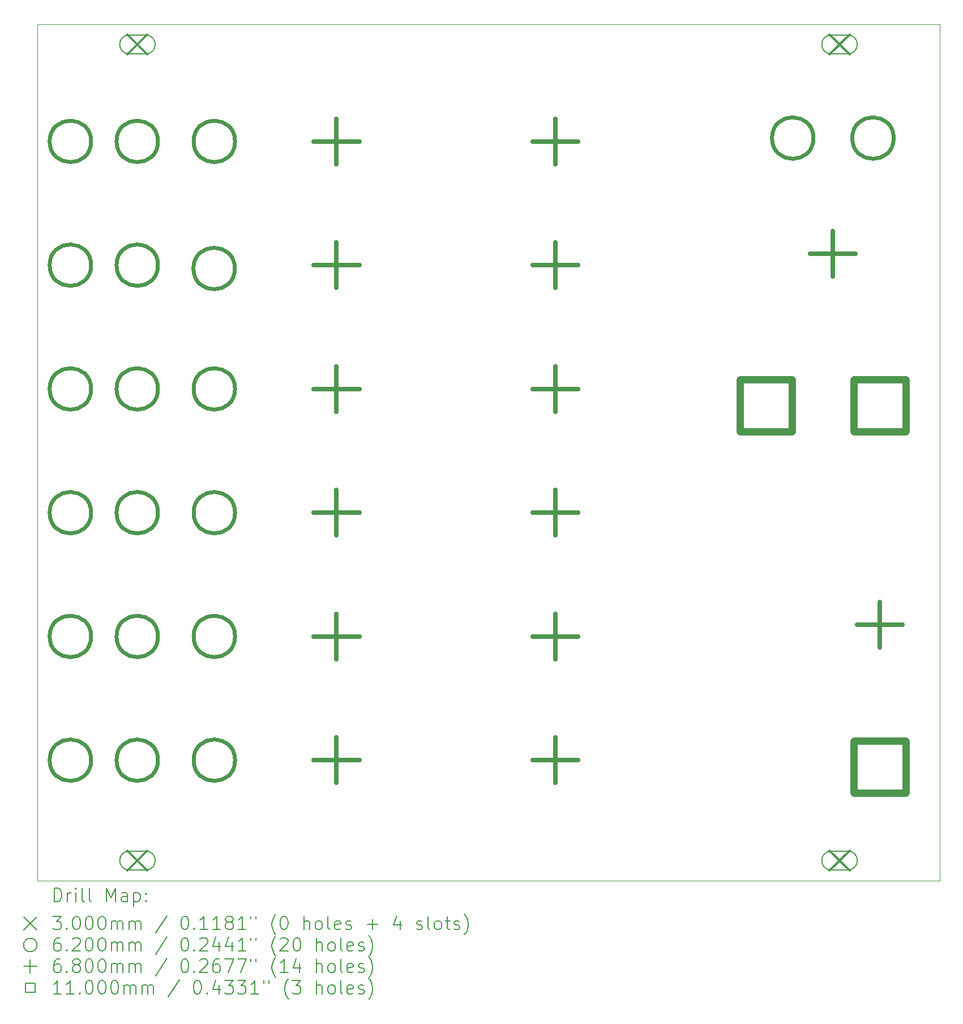
<source format=gbr>
%FSLAX45Y45*%
G04 Gerber Fmt 4.5, Leading zero omitted, Abs format (unit mm)*
G04 Created by KiCad (PCBNEW (6.0.1)) date 2022-09-12 17:21:24*
%MOMM*%
%LPD*%
G01*
G04 APERTURE LIST*
%TA.AperFunction,Profile*%
%ADD10C,0.050000*%
%TD*%
%ADD11C,0.200000*%
%ADD12C,0.300000*%
%ADD13C,0.620000*%
%ADD14C,0.680000*%
%ADD15C,1.100000*%
G04 APERTURE END LIST*
D10*
X3362500Y-3455000D02*
X3362500Y-16255000D01*
X3362500Y-3455000D02*
X16862500Y-3455000D01*
X16862500Y-3455000D02*
X16862500Y-16255000D01*
X16862500Y-16255000D02*
X3362500Y-16255000D01*
D11*
D12*
X4712500Y-3605000D02*
X5012500Y-3905000D01*
X5012500Y-3605000D02*
X4712500Y-3905000D01*
D11*
X4737500Y-3895000D02*
X4987500Y-3895000D01*
X4737500Y-3615000D02*
X4987500Y-3615000D01*
X4987500Y-3895000D02*
G75*
G03*
X4987500Y-3615000I0J140000D01*
G01*
X4737500Y-3615000D02*
G75*
G03*
X4737500Y-3895000I0J-140000D01*
G01*
D12*
X4712500Y-15805000D02*
X5012500Y-16105000D01*
X5012500Y-15805000D02*
X4712500Y-16105000D01*
D11*
X4737500Y-16095000D02*
X4987500Y-16095000D01*
X4737500Y-15815000D02*
X4987500Y-15815000D01*
X4987500Y-16095000D02*
G75*
G03*
X4987500Y-15815000I0J140000D01*
G01*
X4737500Y-15815000D02*
G75*
G03*
X4737500Y-16095000I0J-140000D01*
G01*
D12*
X15212500Y-3605000D02*
X15512500Y-3905000D01*
X15512500Y-3605000D02*
X15212500Y-3905000D01*
D11*
X15237500Y-3895000D02*
X15487500Y-3895000D01*
X15237500Y-3615000D02*
X15487500Y-3615000D01*
X15487500Y-3895000D02*
G75*
G03*
X15487500Y-3615000I0J140000D01*
G01*
X15237500Y-3615000D02*
G75*
G03*
X15237500Y-3895000I0J-140000D01*
G01*
D12*
X15212500Y-15805000D02*
X15512500Y-16105000D01*
X15512500Y-15805000D02*
X15212500Y-16105000D01*
D11*
X15237500Y-16095000D02*
X15487500Y-16095000D01*
X15237500Y-15815000D02*
X15487500Y-15815000D01*
X15487500Y-16095000D02*
G75*
G03*
X15487500Y-15815000I0J140000D01*
G01*
X15237500Y-15815000D02*
G75*
G03*
X15237500Y-16095000I0J-140000D01*
G01*
D13*
X4169500Y-5205000D02*
G75*
G03*
X4169500Y-5205000I-310000J0D01*
G01*
X4169500Y-7055000D02*
G75*
G03*
X4169500Y-7055000I-310000J0D01*
G01*
X4169500Y-8905000D02*
G75*
G03*
X4169500Y-8905000I-310000J0D01*
G01*
X4169500Y-10755000D02*
G75*
G03*
X4169500Y-10755000I-310000J0D01*
G01*
X4169500Y-12605000D02*
G75*
G03*
X4169500Y-12605000I-310000J0D01*
G01*
X4169500Y-14455000D02*
G75*
G03*
X4169500Y-14455000I-310000J0D01*
G01*
X5169500Y-5205000D02*
G75*
G03*
X5169500Y-5205000I-310000J0D01*
G01*
X5169500Y-7055000D02*
G75*
G03*
X5169500Y-7055000I-310000J0D01*
G01*
X5169500Y-8905000D02*
G75*
G03*
X5169500Y-8905000I-310000J0D01*
G01*
X5169500Y-10755000D02*
G75*
G03*
X5169500Y-10755000I-310000J0D01*
G01*
X5169500Y-12605000D02*
G75*
G03*
X5169500Y-12605000I-310000J0D01*
G01*
X5169500Y-14455000D02*
G75*
G03*
X5169500Y-14455000I-310000J0D01*
G01*
X6319500Y-7105000D02*
G75*
G03*
X6319500Y-7105000I-310000J0D01*
G01*
X6322500Y-5205000D02*
G75*
G03*
X6322500Y-5205000I-310000J0D01*
G01*
X6322500Y-8905000D02*
G75*
G03*
X6322500Y-8905000I-310000J0D01*
G01*
X6322500Y-10755000D02*
G75*
G03*
X6322500Y-10755000I-310000J0D01*
G01*
X6322500Y-12605000D02*
G75*
G03*
X6322500Y-12605000I-310000J0D01*
G01*
X6322500Y-14455000D02*
G75*
G03*
X6322500Y-14455000I-310000J0D01*
G01*
X14972500Y-5155000D02*
G75*
G03*
X14972500Y-5155000I-310000J0D01*
G01*
X16172500Y-5155000D02*
G75*
G03*
X16172500Y-5155000I-310000J0D01*
G01*
D14*
X7840000Y-4865000D02*
X7840000Y-5545000D01*
X7500000Y-5205000D02*
X8180000Y-5205000D01*
X7840000Y-6715000D02*
X7840000Y-7395000D01*
X7500000Y-7055000D02*
X8180000Y-7055000D01*
X7840000Y-8565000D02*
X7840000Y-9245000D01*
X7500000Y-8905000D02*
X8180000Y-8905000D01*
X7840000Y-10415000D02*
X7840000Y-11095000D01*
X7500000Y-10755000D02*
X8180000Y-10755000D01*
X7840000Y-12265000D02*
X7840000Y-12945000D01*
X7500000Y-12605000D02*
X8180000Y-12605000D01*
X7840000Y-14115000D02*
X7840000Y-14795000D01*
X7500000Y-14455000D02*
X8180000Y-14455000D01*
X11112500Y-4865000D02*
X11112500Y-5545000D01*
X10772500Y-5205000D02*
X11452500Y-5205000D01*
X11112500Y-6715000D02*
X11112500Y-7395000D01*
X10772500Y-7055000D02*
X11452500Y-7055000D01*
X11112500Y-8565000D02*
X11112500Y-9245000D01*
X10772500Y-8905000D02*
X11452500Y-8905000D01*
X11112500Y-10415000D02*
X11112500Y-11095000D01*
X10772500Y-10755000D02*
X11452500Y-10755000D01*
X11112500Y-12265000D02*
X11112500Y-12945000D01*
X10772500Y-12605000D02*
X11452500Y-12605000D01*
X11112500Y-14115000D02*
X11112500Y-14795000D01*
X10772500Y-14455000D02*
X11452500Y-14455000D01*
X15262500Y-6542500D02*
X15262500Y-7222500D01*
X14922500Y-6882500D02*
X15602500Y-6882500D01*
X15962500Y-12090000D02*
X15962500Y-12770000D01*
X15622500Y-12430000D02*
X16302500Y-12430000D01*
D15*
X14651412Y-9543913D02*
X14651412Y-8766088D01*
X13873587Y-8766088D01*
X13873587Y-9543913D01*
X14651412Y-9543913D01*
X16351412Y-9543913D02*
X16351412Y-8766088D01*
X15573587Y-8766088D01*
X15573587Y-9543913D01*
X16351412Y-9543913D01*
X16351412Y-14943912D02*
X16351412Y-14166087D01*
X15573587Y-14166087D01*
X15573587Y-14943912D01*
X16351412Y-14943912D01*
D11*
X3617619Y-16567976D02*
X3617619Y-16367976D01*
X3665238Y-16367976D01*
X3693809Y-16377500D01*
X3712857Y-16396548D01*
X3722381Y-16415595D01*
X3731905Y-16453690D01*
X3731905Y-16482262D01*
X3722381Y-16520357D01*
X3712857Y-16539405D01*
X3693809Y-16558452D01*
X3665238Y-16567976D01*
X3617619Y-16567976D01*
X3817619Y-16567976D02*
X3817619Y-16434643D01*
X3817619Y-16472738D02*
X3827143Y-16453690D01*
X3836667Y-16444167D01*
X3855714Y-16434643D01*
X3874762Y-16434643D01*
X3941428Y-16567976D02*
X3941428Y-16434643D01*
X3941428Y-16367976D02*
X3931905Y-16377500D01*
X3941428Y-16387024D01*
X3950952Y-16377500D01*
X3941428Y-16367976D01*
X3941428Y-16387024D01*
X4065238Y-16567976D02*
X4046190Y-16558452D01*
X4036667Y-16539405D01*
X4036667Y-16367976D01*
X4170000Y-16567976D02*
X4150952Y-16558452D01*
X4141428Y-16539405D01*
X4141428Y-16367976D01*
X4398571Y-16567976D02*
X4398571Y-16367976D01*
X4465238Y-16510833D01*
X4531905Y-16367976D01*
X4531905Y-16567976D01*
X4712857Y-16567976D02*
X4712857Y-16463214D01*
X4703333Y-16444167D01*
X4684286Y-16434643D01*
X4646190Y-16434643D01*
X4627143Y-16444167D01*
X4712857Y-16558452D02*
X4693810Y-16567976D01*
X4646190Y-16567976D01*
X4627143Y-16558452D01*
X4617619Y-16539405D01*
X4617619Y-16520357D01*
X4627143Y-16501309D01*
X4646190Y-16491786D01*
X4693810Y-16491786D01*
X4712857Y-16482262D01*
X4808095Y-16434643D02*
X4808095Y-16634643D01*
X4808095Y-16444167D02*
X4827143Y-16434643D01*
X4865238Y-16434643D01*
X4884286Y-16444167D01*
X4893810Y-16453690D01*
X4903333Y-16472738D01*
X4903333Y-16529881D01*
X4893810Y-16548928D01*
X4884286Y-16558452D01*
X4865238Y-16567976D01*
X4827143Y-16567976D01*
X4808095Y-16558452D01*
X4989048Y-16548928D02*
X4998571Y-16558452D01*
X4989048Y-16567976D01*
X4979524Y-16558452D01*
X4989048Y-16548928D01*
X4989048Y-16567976D01*
X4989048Y-16444167D02*
X4998571Y-16453690D01*
X4989048Y-16463214D01*
X4979524Y-16453690D01*
X4989048Y-16444167D01*
X4989048Y-16463214D01*
X3160000Y-16797500D02*
X3360000Y-16997500D01*
X3360000Y-16797500D02*
X3160000Y-16997500D01*
X3598571Y-16787976D02*
X3722381Y-16787976D01*
X3655714Y-16864167D01*
X3684286Y-16864167D01*
X3703333Y-16873690D01*
X3712857Y-16883214D01*
X3722381Y-16902262D01*
X3722381Y-16949881D01*
X3712857Y-16968929D01*
X3703333Y-16978452D01*
X3684286Y-16987976D01*
X3627143Y-16987976D01*
X3608095Y-16978452D01*
X3598571Y-16968929D01*
X3808095Y-16968929D02*
X3817619Y-16978452D01*
X3808095Y-16987976D01*
X3798571Y-16978452D01*
X3808095Y-16968929D01*
X3808095Y-16987976D01*
X3941428Y-16787976D02*
X3960476Y-16787976D01*
X3979524Y-16797500D01*
X3989048Y-16807024D01*
X3998571Y-16826071D01*
X4008095Y-16864167D01*
X4008095Y-16911786D01*
X3998571Y-16949881D01*
X3989048Y-16968929D01*
X3979524Y-16978452D01*
X3960476Y-16987976D01*
X3941428Y-16987976D01*
X3922381Y-16978452D01*
X3912857Y-16968929D01*
X3903333Y-16949881D01*
X3893809Y-16911786D01*
X3893809Y-16864167D01*
X3903333Y-16826071D01*
X3912857Y-16807024D01*
X3922381Y-16797500D01*
X3941428Y-16787976D01*
X4131905Y-16787976D02*
X4150952Y-16787976D01*
X4170000Y-16797500D01*
X4179524Y-16807024D01*
X4189048Y-16826071D01*
X4198571Y-16864167D01*
X4198571Y-16911786D01*
X4189048Y-16949881D01*
X4179524Y-16968929D01*
X4170000Y-16978452D01*
X4150952Y-16987976D01*
X4131905Y-16987976D01*
X4112857Y-16978452D01*
X4103333Y-16968929D01*
X4093809Y-16949881D01*
X4084286Y-16911786D01*
X4084286Y-16864167D01*
X4093809Y-16826071D01*
X4103333Y-16807024D01*
X4112857Y-16797500D01*
X4131905Y-16787976D01*
X4322381Y-16787976D02*
X4341429Y-16787976D01*
X4360476Y-16797500D01*
X4370000Y-16807024D01*
X4379524Y-16826071D01*
X4389048Y-16864167D01*
X4389048Y-16911786D01*
X4379524Y-16949881D01*
X4370000Y-16968929D01*
X4360476Y-16978452D01*
X4341429Y-16987976D01*
X4322381Y-16987976D01*
X4303333Y-16978452D01*
X4293810Y-16968929D01*
X4284286Y-16949881D01*
X4274762Y-16911786D01*
X4274762Y-16864167D01*
X4284286Y-16826071D01*
X4293810Y-16807024D01*
X4303333Y-16797500D01*
X4322381Y-16787976D01*
X4474762Y-16987976D02*
X4474762Y-16854643D01*
X4474762Y-16873690D02*
X4484286Y-16864167D01*
X4503333Y-16854643D01*
X4531905Y-16854643D01*
X4550952Y-16864167D01*
X4560476Y-16883214D01*
X4560476Y-16987976D01*
X4560476Y-16883214D02*
X4570000Y-16864167D01*
X4589048Y-16854643D01*
X4617619Y-16854643D01*
X4636667Y-16864167D01*
X4646190Y-16883214D01*
X4646190Y-16987976D01*
X4741429Y-16987976D02*
X4741429Y-16854643D01*
X4741429Y-16873690D02*
X4750952Y-16864167D01*
X4770000Y-16854643D01*
X4798571Y-16854643D01*
X4817619Y-16864167D01*
X4827143Y-16883214D01*
X4827143Y-16987976D01*
X4827143Y-16883214D02*
X4836667Y-16864167D01*
X4855714Y-16854643D01*
X4884286Y-16854643D01*
X4903333Y-16864167D01*
X4912857Y-16883214D01*
X4912857Y-16987976D01*
X5303333Y-16778452D02*
X5131905Y-17035595D01*
X5560476Y-16787976D02*
X5579524Y-16787976D01*
X5598571Y-16797500D01*
X5608095Y-16807024D01*
X5617619Y-16826071D01*
X5627143Y-16864167D01*
X5627143Y-16911786D01*
X5617619Y-16949881D01*
X5608095Y-16968929D01*
X5598571Y-16978452D01*
X5579524Y-16987976D01*
X5560476Y-16987976D01*
X5541429Y-16978452D01*
X5531905Y-16968929D01*
X5522381Y-16949881D01*
X5512857Y-16911786D01*
X5512857Y-16864167D01*
X5522381Y-16826071D01*
X5531905Y-16807024D01*
X5541429Y-16797500D01*
X5560476Y-16787976D01*
X5712857Y-16968929D02*
X5722381Y-16978452D01*
X5712857Y-16987976D01*
X5703333Y-16978452D01*
X5712857Y-16968929D01*
X5712857Y-16987976D01*
X5912857Y-16987976D02*
X5798571Y-16987976D01*
X5855714Y-16987976D02*
X5855714Y-16787976D01*
X5836667Y-16816548D01*
X5817619Y-16835595D01*
X5798571Y-16845119D01*
X6103333Y-16987976D02*
X5989048Y-16987976D01*
X6046190Y-16987976D02*
X6046190Y-16787976D01*
X6027143Y-16816548D01*
X6008095Y-16835595D01*
X5989048Y-16845119D01*
X6217619Y-16873690D02*
X6198571Y-16864167D01*
X6189048Y-16854643D01*
X6179524Y-16835595D01*
X6179524Y-16826071D01*
X6189048Y-16807024D01*
X6198571Y-16797500D01*
X6217619Y-16787976D01*
X6255714Y-16787976D01*
X6274762Y-16797500D01*
X6284286Y-16807024D01*
X6293809Y-16826071D01*
X6293809Y-16835595D01*
X6284286Y-16854643D01*
X6274762Y-16864167D01*
X6255714Y-16873690D01*
X6217619Y-16873690D01*
X6198571Y-16883214D01*
X6189048Y-16892738D01*
X6179524Y-16911786D01*
X6179524Y-16949881D01*
X6189048Y-16968929D01*
X6198571Y-16978452D01*
X6217619Y-16987976D01*
X6255714Y-16987976D01*
X6274762Y-16978452D01*
X6284286Y-16968929D01*
X6293809Y-16949881D01*
X6293809Y-16911786D01*
X6284286Y-16892738D01*
X6274762Y-16883214D01*
X6255714Y-16873690D01*
X6484286Y-16987976D02*
X6370000Y-16987976D01*
X6427143Y-16987976D02*
X6427143Y-16787976D01*
X6408095Y-16816548D01*
X6389048Y-16835595D01*
X6370000Y-16845119D01*
X6560476Y-16787976D02*
X6560476Y-16826071D01*
X6636667Y-16787976D02*
X6636667Y-16826071D01*
X6931905Y-17064167D02*
X6922381Y-17054643D01*
X6903333Y-17026071D01*
X6893809Y-17007024D01*
X6884286Y-16978452D01*
X6874762Y-16930833D01*
X6874762Y-16892738D01*
X6884286Y-16845119D01*
X6893809Y-16816548D01*
X6903333Y-16797500D01*
X6922381Y-16768928D01*
X6931905Y-16759405D01*
X7046190Y-16787976D02*
X7065238Y-16787976D01*
X7084286Y-16797500D01*
X7093809Y-16807024D01*
X7103333Y-16826071D01*
X7112857Y-16864167D01*
X7112857Y-16911786D01*
X7103333Y-16949881D01*
X7093809Y-16968929D01*
X7084286Y-16978452D01*
X7065238Y-16987976D01*
X7046190Y-16987976D01*
X7027143Y-16978452D01*
X7017619Y-16968929D01*
X7008095Y-16949881D01*
X6998571Y-16911786D01*
X6998571Y-16864167D01*
X7008095Y-16826071D01*
X7017619Y-16807024D01*
X7027143Y-16797500D01*
X7046190Y-16787976D01*
X7350952Y-16987976D02*
X7350952Y-16787976D01*
X7436667Y-16987976D02*
X7436667Y-16883214D01*
X7427143Y-16864167D01*
X7408095Y-16854643D01*
X7379524Y-16854643D01*
X7360476Y-16864167D01*
X7350952Y-16873690D01*
X7560476Y-16987976D02*
X7541428Y-16978452D01*
X7531905Y-16968929D01*
X7522381Y-16949881D01*
X7522381Y-16892738D01*
X7531905Y-16873690D01*
X7541428Y-16864167D01*
X7560476Y-16854643D01*
X7589048Y-16854643D01*
X7608095Y-16864167D01*
X7617619Y-16873690D01*
X7627143Y-16892738D01*
X7627143Y-16949881D01*
X7617619Y-16968929D01*
X7608095Y-16978452D01*
X7589048Y-16987976D01*
X7560476Y-16987976D01*
X7741428Y-16987976D02*
X7722381Y-16978452D01*
X7712857Y-16959405D01*
X7712857Y-16787976D01*
X7893809Y-16978452D02*
X7874762Y-16987976D01*
X7836667Y-16987976D01*
X7817619Y-16978452D01*
X7808095Y-16959405D01*
X7808095Y-16883214D01*
X7817619Y-16864167D01*
X7836667Y-16854643D01*
X7874762Y-16854643D01*
X7893809Y-16864167D01*
X7903333Y-16883214D01*
X7903333Y-16902262D01*
X7808095Y-16921310D01*
X7979524Y-16978452D02*
X7998571Y-16987976D01*
X8036667Y-16987976D01*
X8055714Y-16978452D01*
X8065238Y-16959405D01*
X8065238Y-16949881D01*
X8055714Y-16930833D01*
X8036667Y-16921310D01*
X8008095Y-16921310D01*
X7989048Y-16911786D01*
X7979524Y-16892738D01*
X7979524Y-16883214D01*
X7989048Y-16864167D01*
X8008095Y-16854643D01*
X8036667Y-16854643D01*
X8055714Y-16864167D01*
X8303333Y-16911786D02*
X8455714Y-16911786D01*
X8379524Y-16987976D02*
X8379524Y-16835595D01*
X8789048Y-16854643D02*
X8789048Y-16987976D01*
X8741429Y-16778452D02*
X8693810Y-16921310D01*
X8817619Y-16921310D01*
X9036667Y-16978452D02*
X9055714Y-16987976D01*
X9093810Y-16987976D01*
X9112857Y-16978452D01*
X9122381Y-16959405D01*
X9122381Y-16949881D01*
X9112857Y-16930833D01*
X9093810Y-16921310D01*
X9065238Y-16921310D01*
X9046190Y-16911786D01*
X9036667Y-16892738D01*
X9036667Y-16883214D01*
X9046190Y-16864167D01*
X9065238Y-16854643D01*
X9093810Y-16854643D01*
X9112857Y-16864167D01*
X9236667Y-16987976D02*
X9217619Y-16978452D01*
X9208095Y-16959405D01*
X9208095Y-16787976D01*
X9341429Y-16987976D02*
X9322381Y-16978452D01*
X9312857Y-16968929D01*
X9303333Y-16949881D01*
X9303333Y-16892738D01*
X9312857Y-16873690D01*
X9322381Y-16864167D01*
X9341429Y-16854643D01*
X9370000Y-16854643D01*
X9389048Y-16864167D01*
X9398571Y-16873690D01*
X9408095Y-16892738D01*
X9408095Y-16949881D01*
X9398571Y-16968929D01*
X9389048Y-16978452D01*
X9370000Y-16987976D01*
X9341429Y-16987976D01*
X9465238Y-16854643D02*
X9541429Y-16854643D01*
X9493810Y-16787976D02*
X9493810Y-16959405D01*
X9503333Y-16978452D01*
X9522381Y-16987976D01*
X9541429Y-16987976D01*
X9598571Y-16978452D02*
X9617619Y-16987976D01*
X9655714Y-16987976D01*
X9674762Y-16978452D01*
X9684286Y-16959405D01*
X9684286Y-16949881D01*
X9674762Y-16930833D01*
X9655714Y-16921310D01*
X9627143Y-16921310D01*
X9608095Y-16911786D01*
X9598571Y-16892738D01*
X9598571Y-16883214D01*
X9608095Y-16864167D01*
X9627143Y-16854643D01*
X9655714Y-16854643D01*
X9674762Y-16864167D01*
X9750952Y-17064167D02*
X9760476Y-17054643D01*
X9779524Y-17026071D01*
X9789048Y-17007024D01*
X9798571Y-16978452D01*
X9808095Y-16930833D01*
X9808095Y-16892738D01*
X9798571Y-16845119D01*
X9789048Y-16816548D01*
X9779524Y-16797500D01*
X9760476Y-16768928D01*
X9750952Y-16759405D01*
X3360000Y-17217500D02*
G75*
G03*
X3360000Y-17217500I-100000J0D01*
G01*
X3703333Y-17107976D02*
X3665238Y-17107976D01*
X3646190Y-17117500D01*
X3636667Y-17127024D01*
X3617619Y-17155595D01*
X3608095Y-17193690D01*
X3608095Y-17269881D01*
X3617619Y-17288929D01*
X3627143Y-17298452D01*
X3646190Y-17307976D01*
X3684286Y-17307976D01*
X3703333Y-17298452D01*
X3712857Y-17288929D01*
X3722381Y-17269881D01*
X3722381Y-17222262D01*
X3712857Y-17203214D01*
X3703333Y-17193690D01*
X3684286Y-17184167D01*
X3646190Y-17184167D01*
X3627143Y-17193690D01*
X3617619Y-17203214D01*
X3608095Y-17222262D01*
X3808095Y-17288929D02*
X3817619Y-17298452D01*
X3808095Y-17307976D01*
X3798571Y-17298452D01*
X3808095Y-17288929D01*
X3808095Y-17307976D01*
X3893809Y-17127024D02*
X3903333Y-17117500D01*
X3922381Y-17107976D01*
X3970000Y-17107976D01*
X3989048Y-17117500D01*
X3998571Y-17127024D01*
X4008095Y-17146071D01*
X4008095Y-17165119D01*
X3998571Y-17193690D01*
X3884286Y-17307976D01*
X4008095Y-17307976D01*
X4131905Y-17107976D02*
X4150952Y-17107976D01*
X4170000Y-17117500D01*
X4179524Y-17127024D01*
X4189048Y-17146071D01*
X4198571Y-17184167D01*
X4198571Y-17231786D01*
X4189048Y-17269881D01*
X4179524Y-17288929D01*
X4170000Y-17298452D01*
X4150952Y-17307976D01*
X4131905Y-17307976D01*
X4112857Y-17298452D01*
X4103333Y-17288929D01*
X4093809Y-17269881D01*
X4084286Y-17231786D01*
X4084286Y-17184167D01*
X4093809Y-17146071D01*
X4103333Y-17127024D01*
X4112857Y-17117500D01*
X4131905Y-17107976D01*
X4322381Y-17107976D02*
X4341429Y-17107976D01*
X4360476Y-17117500D01*
X4370000Y-17127024D01*
X4379524Y-17146071D01*
X4389048Y-17184167D01*
X4389048Y-17231786D01*
X4379524Y-17269881D01*
X4370000Y-17288929D01*
X4360476Y-17298452D01*
X4341429Y-17307976D01*
X4322381Y-17307976D01*
X4303333Y-17298452D01*
X4293810Y-17288929D01*
X4284286Y-17269881D01*
X4274762Y-17231786D01*
X4274762Y-17184167D01*
X4284286Y-17146071D01*
X4293810Y-17127024D01*
X4303333Y-17117500D01*
X4322381Y-17107976D01*
X4474762Y-17307976D02*
X4474762Y-17174643D01*
X4474762Y-17193690D02*
X4484286Y-17184167D01*
X4503333Y-17174643D01*
X4531905Y-17174643D01*
X4550952Y-17184167D01*
X4560476Y-17203214D01*
X4560476Y-17307976D01*
X4560476Y-17203214D02*
X4570000Y-17184167D01*
X4589048Y-17174643D01*
X4617619Y-17174643D01*
X4636667Y-17184167D01*
X4646190Y-17203214D01*
X4646190Y-17307976D01*
X4741429Y-17307976D02*
X4741429Y-17174643D01*
X4741429Y-17193690D02*
X4750952Y-17184167D01*
X4770000Y-17174643D01*
X4798571Y-17174643D01*
X4817619Y-17184167D01*
X4827143Y-17203214D01*
X4827143Y-17307976D01*
X4827143Y-17203214D02*
X4836667Y-17184167D01*
X4855714Y-17174643D01*
X4884286Y-17174643D01*
X4903333Y-17184167D01*
X4912857Y-17203214D01*
X4912857Y-17307976D01*
X5303333Y-17098452D02*
X5131905Y-17355595D01*
X5560476Y-17107976D02*
X5579524Y-17107976D01*
X5598571Y-17117500D01*
X5608095Y-17127024D01*
X5617619Y-17146071D01*
X5627143Y-17184167D01*
X5627143Y-17231786D01*
X5617619Y-17269881D01*
X5608095Y-17288929D01*
X5598571Y-17298452D01*
X5579524Y-17307976D01*
X5560476Y-17307976D01*
X5541429Y-17298452D01*
X5531905Y-17288929D01*
X5522381Y-17269881D01*
X5512857Y-17231786D01*
X5512857Y-17184167D01*
X5522381Y-17146071D01*
X5531905Y-17127024D01*
X5541429Y-17117500D01*
X5560476Y-17107976D01*
X5712857Y-17288929D02*
X5722381Y-17298452D01*
X5712857Y-17307976D01*
X5703333Y-17298452D01*
X5712857Y-17288929D01*
X5712857Y-17307976D01*
X5798571Y-17127024D02*
X5808095Y-17117500D01*
X5827143Y-17107976D01*
X5874762Y-17107976D01*
X5893809Y-17117500D01*
X5903333Y-17127024D01*
X5912857Y-17146071D01*
X5912857Y-17165119D01*
X5903333Y-17193690D01*
X5789048Y-17307976D01*
X5912857Y-17307976D01*
X6084286Y-17174643D02*
X6084286Y-17307976D01*
X6036667Y-17098452D02*
X5989048Y-17241310D01*
X6112857Y-17241310D01*
X6274762Y-17174643D02*
X6274762Y-17307976D01*
X6227143Y-17098452D02*
X6179524Y-17241310D01*
X6303333Y-17241310D01*
X6484286Y-17307976D02*
X6370000Y-17307976D01*
X6427143Y-17307976D02*
X6427143Y-17107976D01*
X6408095Y-17136548D01*
X6389048Y-17155595D01*
X6370000Y-17165119D01*
X6560476Y-17107976D02*
X6560476Y-17146071D01*
X6636667Y-17107976D02*
X6636667Y-17146071D01*
X6931905Y-17384167D02*
X6922381Y-17374643D01*
X6903333Y-17346071D01*
X6893809Y-17327024D01*
X6884286Y-17298452D01*
X6874762Y-17250833D01*
X6874762Y-17212738D01*
X6884286Y-17165119D01*
X6893809Y-17136548D01*
X6903333Y-17117500D01*
X6922381Y-17088929D01*
X6931905Y-17079405D01*
X6998571Y-17127024D02*
X7008095Y-17117500D01*
X7027143Y-17107976D01*
X7074762Y-17107976D01*
X7093809Y-17117500D01*
X7103333Y-17127024D01*
X7112857Y-17146071D01*
X7112857Y-17165119D01*
X7103333Y-17193690D01*
X6989048Y-17307976D01*
X7112857Y-17307976D01*
X7236667Y-17107976D02*
X7255714Y-17107976D01*
X7274762Y-17117500D01*
X7284286Y-17127024D01*
X7293809Y-17146071D01*
X7303333Y-17184167D01*
X7303333Y-17231786D01*
X7293809Y-17269881D01*
X7284286Y-17288929D01*
X7274762Y-17298452D01*
X7255714Y-17307976D01*
X7236667Y-17307976D01*
X7217619Y-17298452D01*
X7208095Y-17288929D01*
X7198571Y-17269881D01*
X7189048Y-17231786D01*
X7189048Y-17184167D01*
X7198571Y-17146071D01*
X7208095Y-17127024D01*
X7217619Y-17117500D01*
X7236667Y-17107976D01*
X7541428Y-17307976D02*
X7541428Y-17107976D01*
X7627143Y-17307976D02*
X7627143Y-17203214D01*
X7617619Y-17184167D01*
X7598571Y-17174643D01*
X7570000Y-17174643D01*
X7550952Y-17184167D01*
X7541428Y-17193690D01*
X7750952Y-17307976D02*
X7731905Y-17298452D01*
X7722381Y-17288929D01*
X7712857Y-17269881D01*
X7712857Y-17212738D01*
X7722381Y-17193690D01*
X7731905Y-17184167D01*
X7750952Y-17174643D01*
X7779524Y-17174643D01*
X7798571Y-17184167D01*
X7808095Y-17193690D01*
X7817619Y-17212738D01*
X7817619Y-17269881D01*
X7808095Y-17288929D01*
X7798571Y-17298452D01*
X7779524Y-17307976D01*
X7750952Y-17307976D01*
X7931905Y-17307976D02*
X7912857Y-17298452D01*
X7903333Y-17279405D01*
X7903333Y-17107976D01*
X8084286Y-17298452D02*
X8065238Y-17307976D01*
X8027143Y-17307976D01*
X8008095Y-17298452D01*
X7998571Y-17279405D01*
X7998571Y-17203214D01*
X8008095Y-17184167D01*
X8027143Y-17174643D01*
X8065238Y-17174643D01*
X8084286Y-17184167D01*
X8093809Y-17203214D01*
X8093809Y-17222262D01*
X7998571Y-17241310D01*
X8170000Y-17298452D02*
X8189048Y-17307976D01*
X8227143Y-17307976D01*
X8246190Y-17298452D01*
X8255714Y-17279405D01*
X8255714Y-17269881D01*
X8246190Y-17250833D01*
X8227143Y-17241310D01*
X8198571Y-17241310D01*
X8179524Y-17231786D01*
X8170000Y-17212738D01*
X8170000Y-17203214D01*
X8179524Y-17184167D01*
X8198571Y-17174643D01*
X8227143Y-17174643D01*
X8246190Y-17184167D01*
X8322381Y-17384167D02*
X8331905Y-17374643D01*
X8350952Y-17346071D01*
X8360476Y-17327024D01*
X8370000Y-17298452D01*
X8379524Y-17250833D01*
X8379524Y-17212738D01*
X8370000Y-17165119D01*
X8360476Y-17136548D01*
X8350952Y-17117500D01*
X8331905Y-17088929D01*
X8322381Y-17079405D01*
X3260000Y-17437500D02*
X3260000Y-17637500D01*
X3160000Y-17537500D02*
X3360000Y-17537500D01*
X3703333Y-17427976D02*
X3665238Y-17427976D01*
X3646190Y-17437500D01*
X3636667Y-17447024D01*
X3617619Y-17475595D01*
X3608095Y-17513690D01*
X3608095Y-17589881D01*
X3617619Y-17608929D01*
X3627143Y-17618452D01*
X3646190Y-17627976D01*
X3684286Y-17627976D01*
X3703333Y-17618452D01*
X3712857Y-17608929D01*
X3722381Y-17589881D01*
X3722381Y-17542262D01*
X3712857Y-17523214D01*
X3703333Y-17513690D01*
X3684286Y-17504167D01*
X3646190Y-17504167D01*
X3627143Y-17513690D01*
X3617619Y-17523214D01*
X3608095Y-17542262D01*
X3808095Y-17608929D02*
X3817619Y-17618452D01*
X3808095Y-17627976D01*
X3798571Y-17618452D01*
X3808095Y-17608929D01*
X3808095Y-17627976D01*
X3931905Y-17513690D02*
X3912857Y-17504167D01*
X3903333Y-17494643D01*
X3893809Y-17475595D01*
X3893809Y-17466071D01*
X3903333Y-17447024D01*
X3912857Y-17437500D01*
X3931905Y-17427976D01*
X3970000Y-17427976D01*
X3989048Y-17437500D01*
X3998571Y-17447024D01*
X4008095Y-17466071D01*
X4008095Y-17475595D01*
X3998571Y-17494643D01*
X3989048Y-17504167D01*
X3970000Y-17513690D01*
X3931905Y-17513690D01*
X3912857Y-17523214D01*
X3903333Y-17532738D01*
X3893809Y-17551786D01*
X3893809Y-17589881D01*
X3903333Y-17608929D01*
X3912857Y-17618452D01*
X3931905Y-17627976D01*
X3970000Y-17627976D01*
X3989048Y-17618452D01*
X3998571Y-17608929D01*
X4008095Y-17589881D01*
X4008095Y-17551786D01*
X3998571Y-17532738D01*
X3989048Y-17523214D01*
X3970000Y-17513690D01*
X4131905Y-17427976D02*
X4150952Y-17427976D01*
X4170000Y-17437500D01*
X4179524Y-17447024D01*
X4189048Y-17466071D01*
X4198571Y-17504167D01*
X4198571Y-17551786D01*
X4189048Y-17589881D01*
X4179524Y-17608929D01*
X4170000Y-17618452D01*
X4150952Y-17627976D01*
X4131905Y-17627976D01*
X4112857Y-17618452D01*
X4103333Y-17608929D01*
X4093809Y-17589881D01*
X4084286Y-17551786D01*
X4084286Y-17504167D01*
X4093809Y-17466071D01*
X4103333Y-17447024D01*
X4112857Y-17437500D01*
X4131905Y-17427976D01*
X4322381Y-17427976D02*
X4341429Y-17427976D01*
X4360476Y-17437500D01*
X4370000Y-17447024D01*
X4379524Y-17466071D01*
X4389048Y-17504167D01*
X4389048Y-17551786D01*
X4379524Y-17589881D01*
X4370000Y-17608929D01*
X4360476Y-17618452D01*
X4341429Y-17627976D01*
X4322381Y-17627976D01*
X4303333Y-17618452D01*
X4293810Y-17608929D01*
X4284286Y-17589881D01*
X4274762Y-17551786D01*
X4274762Y-17504167D01*
X4284286Y-17466071D01*
X4293810Y-17447024D01*
X4303333Y-17437500D01*
X4322381Y-17427976D01*
X4474762Y-17627976D02*
X4474762Y-17494643D01*
X4474762Y-17513690D02*
X4484286Y-17504167D01*
X4503333Y-17494643D01*
X4531905Y-17494643D01*
X4550952Y-17504167D01*
X4560476Y-17523214D01*
X4560476Y-17627976D01*
X4560476Y-17523214D02*
X4570000Y-17504167D01*
X4589048Y-17494643D01*
X4617619Y-17494643D01*
X4636667Y-17504167D01*
X4646190Y-17523214D01*
X4646190Y-17627976D01*
X4741429Y-17627976D02*
X4741429Y-17494643D01*
X4741429Y-17513690D02*
X4750952Y-17504167D01*
X4770000Y-17494643D01*
X4798571Y-17494643D01*
X4817619Y-17504167D01*
X4827143Y-17523214D01*
X4827143Y-17627976D01*
X4827143Y-17523214D02*
X4836667Y-17504167D01*
X4855714Y-17494643D01*
X4884286Y-17494643D01*
X4903333Y-17504167D01*
X4912857Y-17523214D01*
X4912857Y-17627976D01*
X5303333Y-17418452D02*
X5131905Y-17675595D01*
X5560476Y-17427976D02*
X5579524Y-17427976D01*
X5598571Y-17437500D01*
X5608095Y-17447024D01*
X5617619Y-17466071D01*
X5627143Y-17504167D01*
X5627143Y-17551786D01*
X5617619Y-17589881D01*
X5608095Y-17608929D01*
X5598571Y-17618452D01*
X5579524Y-17627976D01*
X5560476Y-17627976D01*
X5541429Y-17618452D01*
X5531905Y-17608929D01*
X5522381Y-17589881D01*
X5512857Y-17551786D01*
X5512857Y-17504167D01*
X5522381Y-17466071D01*
X5531905Y-17447024D01*
X5541429Y-17437500D01*
X5560476Y-17427976D01*
X5712857Y-17608929D02*
X5722381Y-17618452D01*
X5712857Y-17627976D01*
X5703333Y-17618452D01*
X5712857Y-17608929D01*
X5712857Y-17627976D01*
X5798571Y-17447024D02*
X5808095Y-17437500D01*
X5827143Y-17427976D01*
X5874762Y-17427976D01*
X5893809Y-17437500D01*
X5903333Y-17447024D01*
X5912857Y-17466071D01*
X5912857Y-17485119D01*
X5903333Y-17513690D01*
X5789048Y-17627976D01*
X5912857Y-17627976D01*
X6084286Y-17427976D02*
X6046190Y-17427976D01*
X6027143Y-17437500D01*
X6017619Y-17447024D01*
X5998571Y-17475595D01*
X5989048Y-17513690D01*
X5989048Y-17589881D01*
X5998571Y-17608929D01*
X6008095Y-17618452D01*
X6027143Y-17627976D01*
X6065238Y-17627976D01*
X6084286Y-17618452D01*
X6093809Y-17608929D01*
X6103333Y-17589881D01*
X6103333Y-17542262D01*
X6093809Y-17523214D01*
X6084286Y-17513690D01*
X6065238Y-17504167D01*
X6027143Y-17504167D01*
X6008095Y-17513690D01*
X5998571Y-17523214D01*
X5989048Y-17542262D01*
X6170000Y-17427976D02*
X6303333Y-17427976D01*
X6217619Y-17627976D01*
X6360476Y-17427976D02*
X6493809Y-17427976D01*
X6408095Y-17627976D01*
X6560476Y-17427976D02*
X6560476Y-17466071D01*
X6636667Y-17427976D02*
X6636667Y-17466071D01*
X6931905Y-17704167D02*
X6922381Y-17694643D01*
X6903333Y-17666071D01*
X6893809Y-17647024D01*
X6884286Y-17618452D01*
X6874762Y-17570833D01*
X6874762Y-17532738D01*
X6884286Y-17485119D01*
X6893809Y-17456548D01*
X6903333Y-17437500D01*
X6922381Y-17408929D01*
X6931905Y-17399405D01*
X7112857Y-17627976D02*
X6998571Y-17627976D01*
X7055714Y-17627976D02*
X7055714Y-17427976D01*
X7036667Y-17456548D01*
X7017619Y-17475595D01*
X6998571Y-17485119D01*
X7284286Y-17494643D02*
X7284286Y-17627976D01*
X7236667Y-17418452D02*
X7189048Y-17561310D01*
X7312857Y-17561310D01*
X7541428Y-17627976D02*
X7541428Y-17427976D01*
X7627143Y-17627976D02*
X7627143Y-17523214D01*
X7617619Y-17504167D01*
X7598571Y-17494643D01*
X7570000Y-17494643D01*
X7550952Y-17504167D01*
X7541428Y-17513690D01*
X7750952Y-17627976D02*
X7731905Y-17618452D01*
X7722381Y-17608929D01*
X7712857Y-17589881D01*
X7712857Y-17532738D01*
X7722381Y-17513690D01*
X7731905Y-17504167D01*
X7750952Y-17494643D01*
X7779524Y-17494643D01*
X7798571Y-17504167D01*
X7808095Y-17513690D01*
X7817619Y-17532738D01*
X7817619Y-17589881D01*
X7808095Y-17608929D01*
X7798571Y-17618452D01*
X7779524Y-17627976D01*
X7750952Y-17627976D01*
X7931905Y-17627976D02*
X7912857Y-17618452D01*
X7903333Y-17599405D01*
X7903333Y-17427976D01*
X8084286Y-17618452D02*
X8065238Y-17627976D01*
X8027143Y-17627976D01*
X8008095Y-17618452D01*
X7998571Y-17599405D01*
X7998571Y-17523214D01*
X8008095Y-17504167D01*
X8027143Y-17494643D01*
X8065238Y-17494643D01*
X8084286Y-17504167D01*
X8093809Y-17523214D01*
X8093809Y-17542262D01*
X7998571Y-17561310D01*
X8170000Y-17618452D02*
X8189048Y-17627976D01*
X8227143Y-17627976D01*
X8246190Y-17618452D01*
X8255714Y-17599405D01*
X8255714Y-17589881D01*
X8246190Y-17570833D01*
X8227143Y-17561310D01*
X8198571Y-17561310D01*
X8179524Y-17551786D01*
X8170000Y-17532738D01*
X8170000Y-17523214D01*
X8179524Y-17504167D01*
X8198571Y-17494643D01*
X8227143Y-17494643D01*
X8246190Y-17504167D01*
X8322381Y-17704167D02*
X8331905Y-17694643D01*
X8350952Y-17666071D01*
X8360476Y-17647024D01*
X8370000Y-17618452D01*
X8379524Y-17570833D01*
X8379524Y-17532738D01*
X8370000Y-17485119D01*
X8360476Y-17456548D01*
X8350952Y-17437500D01*
X8331905Y-17408929D01*
X8322381Y-17399405D01*
X3330711Y-17928211D02*
X3330711Y-17786789D01*
X3189289Y-17786789D01*
X3189289Y-17928211D01*
X3330711Y-17928211D01*
X3722381Y-17947976D02*
X3608095Y-17947976D01*
X3665238Y-17947976D02*
X3665238Y-17747976D01*
X3646190Y-17776548D01*
X3627143Y-17795595D01*
X3608095Y-17805119D01*
X3912857Y-17947976D02*
X3798571Y-17947976D01*
X3855714Y-17947976D02*
X3855714Y-17747976D01*
X3836667Y-17776548D01*
X3817619Y-17795595D01*
X3798571Y-17805119D01*
X3998571Y-17928929D02*
X4008095Y-17938452D01*
X3998571Y-17947976D01*
X3989048Y-17938452D01*
X3998571Y-17928929D01*
X3998571Y-17947976D01*
X4131905Y-17747976D02*
X4150952Y-17747976D01*
X4170000Y-17757500D01*
X4179524Y-17767024D01*
X4189048Y-17786071D01*
X4198571Y-17824167D01*
X4198571Y-17871786D01*
X4189048Y-17909881D01*
X4179524Y-17928929D01*
X4170000Y-17938452D01*
X4150952Y-17947976D01*
X4131905Y-17947976D01*
X4112857Y-17938452D01*
X4103333Y-17928929D01*
X4093809Y-17909881D01*
X4084286Y-17871786D01*
X4084286Y-17824167D01*
X4093809Y-17786071D01*
X4103333Y-17767024D01*
X4112857Y-17757500D01*
X4131905Y-17747976D01*
X4322381Y-17747976D02*
X4341429Y-17747976D01*
X4360476Y-17757500D01*
X4370000Y-17767024D01*
X4379524Y-17786071D01*
X4389048Y-17824167D01*
X4389048Y-17871786D01*
X4379524Y-17909881D01*
X4370000Y-17928929D01*
X4360476Y-17938452D01*
X4341429Y-17947976D01*
X4322381Y-17947976D01*
X4303333Y-17938452D01*
X4293810Y-17928929D01*
X4284286Y-17909881D01*
X4274762Y-17871786D01*
X4274762Y-17824167D01*
X4284286Y-17786071D01*
X4293810Y-17767024D01*
X4303333Y-17757500D01*
X4322381Y-17747976D01*
X4512857Y-17747976D02*
X4531905Y-17747976D01*
X4550952Y-17757500D01*
X4560476Y-17767024D01*
X4570000Y-17786071D01*
X4579524Y-17824167D01*
X4579524Y-17871786D01*
X4570000Y-17909881D01*
X4560476Y-17928929D01*
X4550952Y-17938452D01*
X4531905Y-17947976D01*
X4512857Y-17947976D01*
X4493810Y-17938452D01*
X4484286Y-17928929D01*
X4474762Y-17909881D01*
X4465238Y-17871786D01*
X4465238Y-17824167D01*
X4474762Y-17786071D01*
X4484286Y-17767024D01*
X4493810Y-17757500D01*
X4512857Y-17747976D01*
X4665238Y-17947976D02*
X4665238Y-17814643D01*
X4665238Y-17833690D02*
X4674762Y-17824167D01*
X4693810Y-17814643D01*
X4722381Y-17814643D01*
X4741429Y-17824167D01*
X4750952Y-17843214D01*
X4750952Y-17947976D01*
X4750952Y-17843214D02*
X4760476Y-17824167D01*
X4779524Y-17814643D01*
X4808095Y-17814643D01*
X4827143Y-17824167D01*
X4836667Y-17843214D01*
X4836667Y-17947976D01*
X4931905Y-17947976D02*
X4931905Y-17814643D01*
X4931905Y-17833690D02*
X4941429Y-17824167D01*
X4960476Y-17814643D01*
X4989048Y-17814643D01*
X5008095Y-17824167D01*
X5017619Y-17843214D01*
X5017619Y-17947976D01*
X5017619Y-17843214D02*
X5027143Y-17824167D01*
X5046190Y-17814643D01*
X5074762Y-17814643D01*
X5093810Y-17824167D01*
X5103333Y-17843214D01*
X5103333Y-17947976D01*
X5493810Y-17738452D02*
X5322381Y-17995595D01*
X5750952Y-17747976D02*
X5770000Y-17747976D01*
X5789048Y-17757500D01*
X5798571Y-17767024D01*
X5808095Y-17786071D01*
X5817619Y-17824167D01*
X5817619Y-17871786D01*
X5808095Y-17909881D01*
X5798571Y-17928929D01*
X5789048Y-17938452D01*
X5770000Y-17947976D01*
X5750952Y-17947976D01*
X5731905Y-17938452D01*
X5722381Y-17928929D01*
X5712857Y-17909881D01*
X5703333Y-17871786D01*
X5703333Y-17824167D01*
X5712857Y-17786071D01*
X5722381Y-17767024D01*
X5731905Y-17757500D01*
X5750952Y-17747976D01*
X5903333Y-17928929D02*
X5912857Y-17938452D01*
X5903333Y-17947976D01*
X5893809Y-17938452D01*
X5903333Y-17928929D01*
X5903333Y-17947976D01*
X6084286Y-17814643D02*
X6084286Y-17947976D01*
X6036667Y-17738452D02*
X5989048Y-17881310D01*
X6112857Y-17881310D01*
X6170000Y-17747976D02*
X6293809Y-17747976D01*
X6227143Y-17824167D01*
X6255714Y-17824167D01*
X6274762Y-17833690D01*
X6284286Y-17843214D01*
X6293809Y-17862262D01*
X6293809Y-17909881D01*
X6284286Y-17928929D01*
X6274762Y-17938452D01*
X6255714Y-17947976D01*
X6198571Y-17947976D01*
X6179524Y-17938452D01*
X6170000Y-17928929D01*
X6360476Y-17747976D02*
X6484286Y-17747976D01*
X6417619Y-17824167D01*
X6446190Y-17824167D01*
X6465238Y-17833690D01*
X6474762Y-17843214D01*
X6484286Y-17862262D01*
X6484286Y-17909881D01*
X6474762Y-17928929D01*
X6465238Y-17938452D01*
X6446190Y-17947976D01*
X6389048Y-17947976D01*
X6370000Y-17938452D01*
X6360476Y-17928929D01*
X6674762Y-17947976D02*
X6560476Y-17947976D01*
X6617619Y-17947976D02*
X6617619Y-17747976D01*
X6598571Y-17776548D01*
X6579524Y-17795595D01*
X6560476Y-17805119D01*
X6750952Y-17747976D02*
X6750952Y-17786071D01*
X6827143Y-17747976D02*
X6827143Y-17786071D01*
X7122381Y-18024167D02*
X7112857Y-18014643D01*
X7093809Y-17986071D01*
X7084286Y-17967024D01*
X7074762Y-17938452D01*
X7065238Y-17890833D01*
X7065238Y-17852738D01*
X7074762Y-17805119D01*
X7084286Y-17776548D01*
X7093809Y-17757500D01*
X7112857Y-17728929D01*
X7122381Y-17719405D01*
X7179524Y-17747976D02*
X7303333Y-17747976D01*
X7236667Y-17824167D01*
X7265238Y-17824167D01*
X7284286Y-17833690D01*
X7293809Y-17843214D01*
X7303333Y-17862262D01*
X7303333Y-17909881D01*
X7293809Y-17928929D01*
X7284286Y-17938452D01*
X7265238Y-17947976D01*
X7208095Y-17947976D01*
X7189048Y-17938452D01*
X7179524Y-17928929D01*
X7541428Y-17947976D02*
X7541428Y-17747976D01*
X7627143Y-17947976D02*
X7627143Y-17843214D01*
X7617619Y-17824167D01*
X7598571Y-17814643D01*
X7570000Y-17814643D01*
X7550952Y-17824167D01*
X7541428Y-17833690D01*
X7750952Y-17947976D02*
X7731905Y-17938452D01*
X7722381Y-17928929D01*
X7712857Y-17909881D01*
X7712857Y-17852738D01*
X7722381Y-17833690D01*
X7731905Y-17824167D01*
X7750952Y-17814643D01*
X7779524Y-17814643D01*
X7798571Y-17824167D01*
X7808095Y-17833690D01*
X7817619Y-17852738D01*
X7817619Y-17909881D01*
X7808095Y-17928929D01*
X7798571Y-17938452D01*
X7779524Y-17947976D01*
X7750952Y-17947976D01*
X7931905Y-17947976D02*
X7912857Y-17938452D01*
X7903333Y-17919405D01*
X7903333Y-17747976D01*
X8084286Y-17938452D02*
X8065238Y-17947976D01*
X8027143Y-17947976D01*
X8008095Y-17938452D01*
X7998571Y-17919405D01*
X7998571Y-17843214D01*
X8008095Y-17824167D01*
X8027143Y-17814643D01*
X8065238Y-17814643D01*
X8084286Y-17824167D01*
X8093809Y-17843214D01*
X8093809Y-17862262D01*
X7998571Y-17881310D01*
X8170000Y-17938452D02*
X8189048Y-17947976D01*
X8227143Y-17947976D01*
X8246190Y-17938452D01*
X8255714Y-17919405D01*
X8255714Y-17909881D01*
X8246190Y-17890833D01*
X8227143Y-17881310D01*
X8198571Y-17881310D01*
X8179524Y-17871786D01*
X8170000Y-17852738D01*
X8170000Y-17843214D01*
X8179524Y-17824167D01*
X8198571Y-17814643D01*
X8227143Y-17814643D01*
X8246190Y-17824167D01*
X8322381Y-18024167D02*
X8331905Y-18014643D01*
X8350952Y-17986071D01*
X8360476Y-17967024D01*
X8370000Y-17938452D01*
X8379524Y-17890833D01*
X8379524Y-17852738D01*
X8370000Y-17805119D01*
X8360476Y-17776548D01*
X8350952Y-17757500D01*
X8331905Y-17728929D01*
X8322381Y-17719405D01*
M02*

</source>
